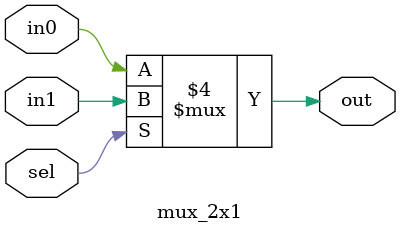
<source format=sv>
module mux_2x1 #(parameter WIDTH=4)  
(
  input logic in0, // Student to change in0 width to 4
  input logic in1, // Student to change in1 width to 4
  input logic sel, 
  output logic out // Student to change out width to 4
); 
  
  // always procedural block describing 2to1 Multiplexor behavior 
  always @(sel or in0 or in1)
  begin
     if(sel == 0)
        out = in0;
     else
       out = in1; 
  end
endmodule
 


</source>
